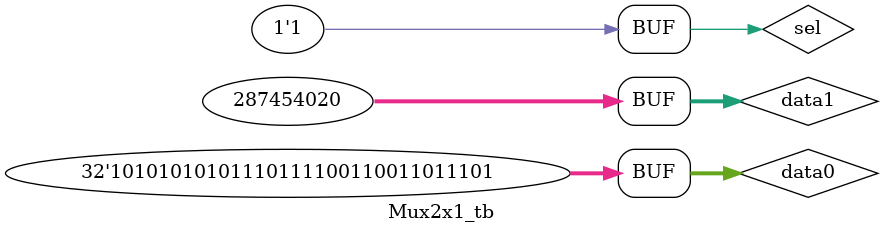
<source format=v>
module Mux2x1_tb;

    reg [31:0] data0;
    reg [31:0] data1;
    reg sel;
    wire [31:0] out;

    // Instantiate the 2x1 MUX
    Mux2x1 uut (
        .in1(data0),
        .in2(data1),
        .sel(sel),
        .out(out)
    );

    // Stimulus generation
    initial begin
        // Test case 1: Select input 0 (data0 should be on output)
        data0 = 32'hAABBCCDD;
        data1 = 32'h11223344;
        sel = 0;
        #10;

        // Test case 2: Select input 1 (data1 should be on output)
        data0 = 32'hAABBCCDD;
        data1 = 32'h11223344;
        sel = 1;
        #10;
    end
endmodule

</source>
